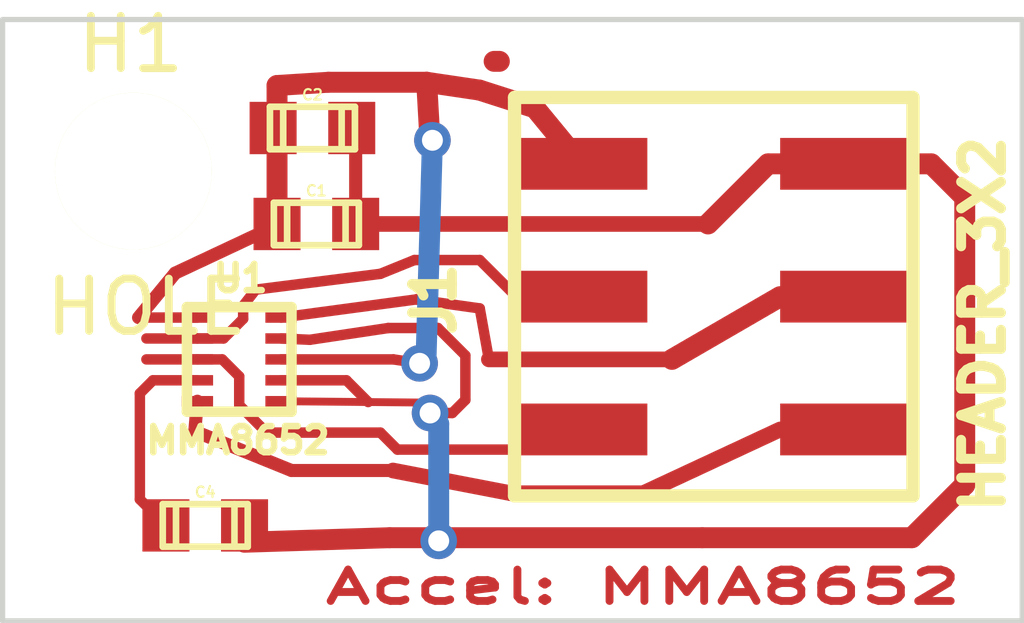
<source format=kicad_pcb>
(kicad_pcb (version 3) (host pcbnew "(2013-08-24 BZR 4298)-stable")

  (general
    (links 15)
    (no_connects 0)
    (area 135.449999 101.449999 155.050001 113.050001)
    (thickness 1.6)
    (drawings 5)
    (tracks 85)
    (zones 0)
    (modules 6)
    (nets 8)
  )

  (page A)
  (layers
    (15 F.Cu signal)
    (0 B.Cu signal)
    (16 B.Adhes user)
    (17 F.Adhes user)
    (18 B.Paste user)
    (19 F.Paste user)
    (20 B.SilkS user)
    (21 F.SilkS user)
    (22 B.Mask user)
    (23 F.Mask user)
    (24 Dwgs.User user)
    (25 Cmts.User user)
    (26 Eco1.User user)
    (27 Eco2.User user)
    (28 Edge.Cuts user)
  )

  (setup
    (last_trace_width 0.2)
    (user_trace_width 0.1)
    (user_trace_width 0.15)
    (user_trace_width 0.2)
    (user_trace_width 0.25)
    (user_trace_width 0.3)
    (user_trace_width 0.4)
    (user_trace_width 0.5)
    (user_trace_width 0.6)
    (user_trace_width 0.7)
    (user_trace_width 0.8)
    (user_trace_width 0.9)
    (user_trace_width 1)
    (trace_clearance 0.05)
    (zone_clearance 1)
    (zone_45_only no)
    (trace_min 0.1)
    (segment_width 0.2)
    (edge_width 0.1)
    (via_size 0.7)
    (via_drill 0.4)
    (via_min_size 0.7)
    (via_min_drill 0.4)
    (uvia_size 0.4)
    (uvia_drill 0.127)
    (uvias_allowed no)
    (uvia_min_size 0.4)
    (uvia_min_drill 0.127)
    (pcb_text_width 0.3)
    (pcb_text_size 1.5 1.5)
    (mod_edge_width 0.15)
    (mod_text_size 1 1)
    (mod_text_width 0.15)
    (pad_size 1.6 1.6)
    (pad_drill 1)
    (pad_to_mask_clearance 0)
    (aux_axis_origin 0 0)
    (visible_elements 7FFFFFFF)
    (pcbplotparams
      (layerselection 3178497)
      (usegerberextensions false)
      (excludeedgelayer true)
      (linewidth 0.150000)
      (plotframeref false)
      (viasonmask false)
      (mode 1)
      (useauxorigin false)
      (hpglpennumber 1)
      (hpglpenspeed 20)
      (hpglpendiameter 15)
      (hpglpenoverlay 2)
      (psnegative false)
      (psa4output false)
      (plotreference true)
      (plotvalue true)
      (plotothertext true)
      (plotinvisibletext false)
      (padsonsilk false)
      (subtractmaskfromsilk false)
      (outputformat 1)
      (mirror false)
      (drillshape 0)
      (scaleselection 1)
      (outputdirectory ""))
  )

  (net 0 "")
  (net 1 GND)
  (net 2 INT1)
  (net 3 INT2)
  (net 4 N-000001)
  (net 5 SCL)
  (net 6 SDA)
  (net 7 Vdd)

  (net_class Default "This is the default net class."
    (clearance 0.05)
    (trace_width 0.5)
    (via_dia 0.7)
    (via_drill 0.4)
    (uvia_dia 0.4)
    (uvia_drill 0.127)
    (add_net "")
    (add_net GND)
    (add_net INT1)
    (add_net INT2)
    (add_net N-000001)
    (add_net SCL)
    (add_net SDA)
    (add_net Vdd)
  )

  (module TED_SM0603 (layer F.Cu) (tedit 527731CB) (tstamp 52A599A1)
    (at 141.5 105.41)
    (descr "SMT capacitor, 0603")
    (path /52959381)
    (fp_text reference C1 (at 0 -0.635) (layer F.SilkS)
      (effects (font (size 0.20066 0.20066) (thickness 0.04064)))
    )
    (fp_text value 1uF (at 0 0.635) (layer F.SilkS) hide
      (effects (font (size 0.20066 0.20066) (thickness 0.04064)))
    )
    (fp_line (start 0.5588 0.4064) (end 0.5588 -0.4064) (layer F.SilkS) (width 0.127))
    (fp_line (start -0.5588 -0.381) (end -0.5588 0.4064) (layer F.SilkS) (width 0.127))
    (fp_line (start -0.8128 -0.4064) (end 0.8128 -0.4064) (layer F.SilkS) (width 0.127))
    (fp_line (start 0.8128 -0.4064) (end 0.8128 0.4064) (layer F.SilkS) (width 0.127))
    (fp_line (start 0.8128 0.4064) (end -0.8128 0.4064) (layer F.SilkS) (width 0.127))
    (fp_line (start -0.8128 0.4064) (end -0.8128 -0.4064) (layer F.SilkS) (width 0.127))
    (pad 2 smd rect (at 0.75184 0) (size 0.89916 1.00076)
      (layers F.Cu F.Paste F.Mask)
      (net 1 GND)
      (clearance 0.1)
    )
    (pad 1 smd rect (at -0.75184 0) (size 0.89916 1.00076)
      (layers F.Cu F.Paste F.Mask)
      (net 7 Vdd)
      (clearance 0.1)
    )
    (model smd/capacitors/c_0603.wrl
      (at (xyz 0 0 0))
      (scale (xyz 1 1 1))
      (rotate (xyz 0 0 0))
    )
  )

  (module TED_SM0603 (layer F.Cu) (tedit 527731CB) (tstamp 52A599AD)
    (at 141.425 103.575)
    (descr "SMT capacitor, 0603")
    (path /5295936A)
    (fp_text reference C2 (at 0 -0.635) (layer F.SilkS)
      (effects (font (size 0.20066 0.20066) (thickness 0.04064)))
    )
    (fp_text value .1uF (at 0 0.635) (layer F.SilkS) hide
      (effects (font (size 0.20066 0.20066) (thickness 0.04064)))
    )
    (fp_line (start 0.5588 0.4064) (end 0.5588 -0.4064) (layer F.SilkS) (width 0.127))
    (fp_line (start -0.5588 -0.381) (end -0.5588 0.4064) (layer F.SilkS) (width 0.127))
    (fp_line (start -0.8128 -0.4064) (end 0.8128 -0.4064) (layer F.SilkS) (width 0.127))
    (fp_line (start 0.8128 -0.4064) (end 0.8128 0.4064) (layer F.SilkS) (width 0.127))
    (fp_line (start 0.8128 0.4064) (end -0.8128 0.4064) (layer F.SilkS) (width 0.127))
    (fp_line (start -0.8128 0.4064) (end -0.8128 -0.4064) (layer F.SilkS) (width 0.127))
    (pad 2 smd rect (at 0.75184 0) (size 0.89916 1.00076)
      (layers F.Cu F.Paste F.Mask)
      (net 1 GND)
      (clearance 0.1)
    )
    (pad 1 smd rect (at -0.75184 0) (size 0.89916 1.00076)
      (layers F.Cu F.Paste F.Mask)
      (net 7 Vdd)
      (clearance 0.1)
    )
    (model smd/capacitors/c_0603.wrl
      (at (xyz 0 0 0))
      (scale (xyz 1 1 1))
      (rotate (xyz 0 0 0))
    )
  )

  (module TED_SM0603 (layer F.Cu) (tedit 527731CB) (tstamp 52A599C5)
    (at 139.375 111.175)
    (descr "SMT capacitor, 0603")
    (path /52A5541B)
    (fp_text reference C4 (at 0 -0.635) (layer F.SilkS)
      (effects (font (size 0.20066 0.20066) (thickness 0.04064)))
    )
    (fp_text value .1uF (at 0 0.635) (layer F.SilkS) hide
      (effects (font (size 0.20066 0.20066) (thickness 0.04064)))
    )
    (fp_line (start 0.5588 0.4064) (end 0.5588 -0.4064) (layer F.SilkS) (width 0.127))
    (fp_line (start -0.5588 -0.381) (end -0.5588 0.4064) (layer F.SilkS) (width 0.127))
    (fp_line (start -0.8128 -0.4064) (end 0.8128 -0.4064) (layer F.SilkS) (width 0.127))
    (fp_line (start 0.8128 -0.4064) (end 0.8128 0.4064) (layer F.SilkS) (width 0.127))
    (fp_line (start 0.8128 0.4064) (end -0.8128 0.4064) (layer F.SilkS) (width 0.127))
    (fp_line (start -0.8128 0.4064) (end -0.8128 -0.4064) (layer F.SilkS) (width 0.127))
    (pad 2 smd rect (at 0.75184 0) (size 0.89916 1.00076)
      (layers F.Cu F.Paste F.Mask)
      (net 1 GND)
      (clearance 0.1)
    )
    (pad 1 smd rect (at -0.75184 0) (size 0.89916 1.00076)
      (layers F.Cu F.Paste F.Mask)
      (net 4 N-000001)
      (clearance 0.1)
    )
    (model smd/capacitors/c_0603.wrl
      (at (xyz 0 0 0))
      (scale (xyz 1 1 1))
      (rotate (xyz 0 0 0))
    )
  )

  (module TED_DFN-10 (layer F.Cu) (tedit 52A69D10) (tstamp 52A599E5)
    (at 140.025 108)
    (path /52A5537C)
    (fp_text reference U1 (at 0.025 -1.55) (layer F.SilkS)
      (effects (font (size 0.5 0.5) (thickness 0.125)))
    )
    (fp_text value MMA8652 (at -0.025 1.55) (layer F.SilkS)
      (effects (font (size 0.5 0.5) (thickness 0.125)))
    )
    (fp_line (start 1 -1) (end 1 1) (layer F.SilkS) (width 0.20066))
    (fp_line (start 1 1) (end -1 1) (layer F.SilkS) (width 0.20066))
    (fp_line (start -1 1) (end -1 -1) (layer F.SilkS) (width 0.20066))
    (fp_line (start -1 -1) (end 1 -1) (layer F.SilkS) (width 0.20066))
    (pad 6 smd rect (at 0.8 0.8 270) (size 0.2 0.6)
      (layers F.Cu F.Paste F.Mask)
      (net 1 GND)
      (clearance 0.1)
    )
    (pad 10 smd rect (at 0.8 -0.8 270) (size 0.2 0.6)
      (layers F.Cu F.Paste F.Mask)
      (net 6 SDA)
      (clearance 0.1)
    )
    (pad 9 smd rect (at 0.8 -0.4 270) (size 0.2 0.6)
      (layers F.Cu F.Paste F.Mask)
      (net 1 GND)
      (clearance 0.1)
    )
    (pad 5 smd rect (at -0.8 0.8 270) (size 0.2 0.6)
      (layers F.Cu F.Paste F.Mask)
      (net 3 INT2)
      (clearance 0.1)
    )
    (pad 2 smd rect (at -0.8 -0.4 270) (size 0.2 0.6)
      (layers F.Cu F.Paste F.Mask)
      (net 5 SCL)
      (clearance 0.1)
    )
    (pad 1 smd rect (at -0.8 -0.8 270) (size 0.2 0.6)
      (layers F.Cu F.Paste F.Mask)
      (net 7 Vdd)
      (clearance 0.1)
    )
    (pad 3 smd rect (at -0.8 0 270) (size 0.2 0.6)
      (layers F.Cu F.Paste F.Mask)
      (net 2 INT1)
      (clearance 0.1)
    )
    (pad 4 smd rect (at -0.8 0.4 270) (size 0.2 0.6)
      (layers F.Cu F.Paste F.Mask)
      (net 4 N-000001)
      (clearance 0.1)
    )
    (pad 8 smd rect (at 0.8 0 270) (size 0.2 0.6)
      (layers F.Cu F.Paste F.Mask)
      (net 7 Vdd)
      (clearance 0.1)
    )
    (pad 7 smd rect (at 0.8 0.4 270) (size 0.2 0.6)
      (layers F.Cu F.Paste F.Mask)
      (net 1 GND)
      (clearance 0.1)
    )
  )

  (module TED_Hole_3mm (layer F.Cu) (tedit 52802437) (tstamp 5365C794)
    (at 138 104.4)
    (path /5365C78C)
    (fp_text reference H1 (at -0.05 -2.425) (layer F.SilkS)
      (effects (font (size 1 1) (thickness 0.15)))
    )
    (fp_text value HOLE (at 0.25 2.6) (layer F.SilkS)
      (effects (font (size 1 1) (thickness 0.15)))
    )
    (pad "" np_thru_hole circle (at 0 0) (size 3 3) (drill 3)
      (layers *.Cu *.Mask F.SilkS)
    )
  )

  (module TED_HEADER_3x2_SMT (layer F.Cu) (tedit 52D47E00) (tstamp 5365C804)
    (at 149.1 106.8 270)
    (path /52A55745)
    (fp_text reference J1 (at 0.05 5.35 270) (layer F.SilkS)
      (effects (font (size 0.762 0.762) (thickness 0.1905)))
    )
    (fp_text value HEADER_3X2 (at 0.525 -5.15 270) (layer F.SilkS)
      (effects (font (size 0.762 0.762) (thickness 0.1905)))
    )
    (fp_line (start 3.81 -3.81) (end -3.81 -3.81) (layer F.SilkS) (width 0.254))
    (fp_line (start 3.81 -3.81) (end 3.81 3.81) (layer F.SilkS) (width 0.254))
    (fp_line (start 3.81 3.81) (end -3.81 3.81) (layer F.SilkS) (width 0.254))
    (fp_line (start -3.81 3.81) (end -3.81 -3.81) (layer F.SilkS) (width 0.254))
    (pad 1 smd rect (at -2.54 2.54 270) (size 0.9906 2.54)
      (layers F.Cu F.Paste F.Mask)
      (net 7 Vdd)
      (clearance 0.3)
    )
    (pad 2 smd rect (at 0 2.54 270) (size 0.9906 2.54)
      (layers F.Cu F.Paste F.Mask)
      (net 5 SCL)
      (clearance 0.3)
    )
    (pad 3 smd rect (at 2.54 2.54 270) (size 0.9906 2.54)
      (layers F.Cu F.Paste F.Mask)
      (net 2 INT1)
      (clearance 0.3)
    )
    (pad 4 smd rect (at 2.54 -2.54 270) (size 0.9906 2.54)
      (layers F.Cu F.Paste F.Mask)
      (net 3 INT2)
      (clearance 0.3)
    )
    (pad 5 smd rect (at 0 -2.54 270) (size 0.9906 2.54)
      (layers F.Cu F.Paste F.Mask)
      (net 6 SDA)
      (clearance 0.3)
    )
    (pad 6 smd rect (at -2.54 -2.54 270) (size 0.9906 2.54)
      (layers F.Cu F.Paste F.Mask)
      (net 1 GND)
      (clearance 0.3)
    )
  )

  (gr_text "Accel: MMA8652" (at 147.75 112.35) (layer F.Cu)
    (effects (font (size 0.6 1) (thickness 0.15)))
  )
  (gr_line (start 135.5 113) (end 135.5 101.5) (angle 90) (layer Edge.Cuts) (width 0.1))
  (gr_line (start 155 113) (end 135.5 113) (angle 90) (layer Edge.Cuts) (width 0.1))
  (gr_line (start 155 101.5) (end 155 113) (angle 90) (layer Edge.Cuts) (width 0.1))
  (gr_line (start 135.5 101.5) (end 155 101.5) (angle 90) (layer Edge.Cuts) (width 0.1))

  (segment (start 144.9 102.3) (end 145 102.3) (width 0.4) (layer F.Cu) (net 0))
  (segment (start 140.825 107.6) (end 141.375 107.625) (width 0.2) (layer F.Cu) (net 1) (status 400000))
  (segment (start 144.1 109.025) (end 143.675 109.025) (width 0.2) (layer F.Cu) (net 1) (tstamp 536FB4AF))
  (segment (start 144.35 108.775) (end 144.1 109.025) (width 0.2) (layer F.Cu) (net 1) (tstamp 536FB4AC))
  (segment (start 144.35 107.925) (end 144.35 108.775) (width 0.2) (layer F.Cu) (net 1) (tstamp 536FB4AB))
  (segment (start 143.825 107.4) (end 144.35 107.925) (width 0.2) (layer F.Cu) (net 1) (tstamp 536FB4A9))
  (segment (start 142.875 107.4) (end 143.825 107.4) (width 0.2) (layer F.Cu) (net 1) (tstamp 536FB4A8))
  (segment (start 141.375 107.625) (end 142.875 107.4) (width 0.2) (layer F.Cu) (net 1) (tstamp 536FB4A6))
  (segment (start 140.825 108.4) (end 142.075 108.4) (width 0.2) (layer F.Cu) (net 1) (status 400000))
  (segment (start 142.075 108.4) (end 142.490714 108.815714) (width 0.2) (layer F.Cu) (net 1) (tstamp 536FB494))
  (segment (start 148.88 111.41) (end 152.89 111.41) (width 0.4) (layer F.Cu) (net 1))
  (segment (start 143.84 111.41) (end 148.88 111.41) (width 0.4) (layer F.Cu) (net 1) (tstamp 52A5A8F5))
  (segment (start 153.26 104.26) (end 151.64 104.26) (width 0.4) (layer F.Cu) (net 1) (tstamp 5365C89C))
  (segment (start 153.9 104.9) (end 153.26 104.26) (width 0.4) (layer F.Cu) (net 1) (tstamp 5365C89B))
  (segment (start 153.9 110.4) (end 153.9 104.9) (width 0.4) (layer F.Cu) (net 1) (tstamp 5365C899))
  (segment (start 152.89 111.41) (end 153.9 110.4) (width 0.4) (layer F.Cu) (net 1) (tstamp 5365C897))
  (segment (start 142.25184 105.41) (end 148.99 105.41) (width 0.3) (layer F.Cu) (net 1))
  (segment (start 148.99 105.41) (end 150.14 104.26) (width 0.4) (layer F.Cu) (net 1) (tstamp 5365C88F))
  (segment (start 150.14 104.26) (end 151.64 104.26) (width 0.4) (layer F.Cu) (net 1) (tstamp 5365C893))
  (segment (start 140.825 108.8) (end 142.490714 108.815714) (width 0.15) (layer F.Cu) (net 1) (status 400010))
  (segment (start 142.490714 108.815714) (end 143.475 108.825) (width 0.15) (layer F.Cu) (net 1) (tstamp 536FB49B) (status 10))
  (segment (start 143.475 108.825) (end 143.675 109.025) (width 0.15) (layer F.Cu) (net 1) (tstamp 52A5A8ED))
  (via (at 143.675 109.025) (size 0.7) (layers F.Cu B.Cu) (net 1))
  (segment (start 143.675 109.025) (end 143.84 109.23) (width 0.4) (layer B.Cu) (net 1) (tstamp 52A5A8EF))
  (segment (start 143.84 109.23) (end 143.84 111.47) (width 0.4) (layer B.Cu) (net 1) (tstamp 52A5A8F0))
  (via (at 143.84 111.47) (size 0.7) (layers F.Cu B.Cu) (net 1))
  (segment (start 143.84 111.47) (end 143.84 111.41) (width 0.15) (layer F.Cu) (net 1) (tstamp 52A5A8F2))
  (segment (start 140.12684 111.175) (end 140.12684 111.49684) (width 0.25) (layer F.Cu) (net 1) (status 30))
  (segment (start 140.12684 111.49684) (end 142.9 111.41) (width 0.4) (layer F.Cu) (net 1) (tstamp 52A5A871) (status 10))
  (segment (start 142.9 111.41) (end 143.84 111.41) (width 0.4) (layer F.Cu) (net 1) (tstamp 52A5A872))
  (segment (start 142.25184 103.81) (end 142.25184 105.41) (width 0.25) (layer F.Cu) (net 1))
  (segment (start 139.225 108) (end 138.25 108) (width 0.2) (layer F.Cu) (net 2) (status 400000))
  (segment (start 139.225 108) (end 139.7 108) (width 0.2) (layer F.Cu) (net 2) (status 400000))
  (segment (start 146.175 109.725) (end 146.56 109.34) (width 0.2) (layer F.Cu) (net 2) (tstamp 536FB5C6) (status C00000))
  (segment (start 143.05 109.725) (end 146.175 109.725) (width 0.2) (layer F.Cu) (net 2) (tstamp 536FB5C4) (status 800000))
  (segment (start 142.725 109.4) (end 143.05 109.725) (width 0.2) (layer F.Cu) (net 2) (tstamp 536FB5C3))
  (segment (start 140.55 109.4) (end 142.725 109.4) (width 0.2) (layer F.Cu) (net 2) (tstamp 536FB5C1))
  (segment (start 140.025 108.875) (end 140.55 109.4) (width 0.2) (layer F.Cu) (net 2) (tstamp 536FB5C0))
  (segment (start 140.025 108.325) (end 140.025 108.875) (width 0.2) (layer F.Cu) (net 2) (tstamp 536FB5BF))
  (segment (start 139.7 108) (end 140.025 108.325) (width 0.2) (layer F.Cu) (net 2) (tstamp 536FB5BD))
  (segment (start 139.225 108.8) (end 139.175 109.375) (width 0.25) (layer F.Cu) (net 3) (status 400010))
  (segment (start 139.175 109.375) (end 141.025 110.125) (width 0.25) (layer F.Cu) (net 3) (tstamp 52A5A834))
  (segment (start 141.025 110.125) (end 142.965 110.125) (width 0.25) (layer F.Cu) (net 3) (tstamp 52A5A835))
  (segment (start 142.965 110.125) (end 145.22 110.56) (width 0.3) (layer F.Cu) (net 3) (tstamp 52A5A836))
  (segment (start 145.22 110.56) (end 147.75 110.56) (width 0.3) (layer F.Cu) (net 3) (tstamp 52A5A838))
  (segment (start 147.75 110.56) (end 150.37 109.34) (width 0.3) (layer F.Cu) (net 3) (tstamp 52A5A83A) (status 20))
  (segment (start 139.225 108.4) (end 138.375 108.4) (width 0.2) (layer F.Cu) (net 4) (status 400000))
  (segment (start 138.125 110.67684) (end 138.62316 111.175) (width 0.2) (layer F.Cu) (net 4) (tstamp 536FB587) (status 800000))
  (segment (start 138.125 108.65) (end 138.125 110.67684) (width 0.2) (layer F.Cu) (net 4) (tstamp 536FB586))
  (segment (start 138.375 108.4) (end 138.125 108.65) (width 0.2) (layer F.Cu) (net 4) (tstamp 536FB583))
  (segment (start 139.225 107.6) (end 138.25 107.6) (width 0.2) (layer F.Cu) (net 5) (status 400000))
  (segment (start 139.225 107.6) (end 139.725 107.6) (width 0.2) (layer F.Cu) (net 5) (status 400000))
  (segment (start 145.325 106.8) (end 146.56 106.8) (width 0.2) (layer F.Cu) (net 5) (tstamp 536FB5DD) (status C00000))
  (segment (start 144.625 106.1) (end 145.325 106.8) (width 0.2) (layer F.Cu) (net 5) (tstamp 536FB5DA) (status 800000))
  (segment (start 143.375 106.1) (end 144.625 106.1) (width 0.2) (layer F.Cu) (net 5) (tstamp 536FB5D7))
  (segment (start 142.725087 106.363569) (end 143.375 106.1) (width 0.2) (layer F.Cu) (net 5) (tstamp 536FB5D6))
  (segment (start 140.339354 106.666026) (end 142.725087 106.363569) (width 0.2) (layer F.Cu) (net 5) (tstamp 536FB5D3))
  (segment (start 140.1 106.975) (end 140.339354 106.666026) (width 0.2) (layer F.Cu) (net 5) (tstamp 536FB5D2))
  (segment (start 140.1 107.225) (end 140.1 106.975) (width 0.2) (layer F.Cu) (net 5) (tstamp 536FB5D0))
  (segment (start 139.725 107.6) (end 140.1 107.225) (width 0.2) (layer F.Cu) (net 5) (tstamp 536FB5CE))
  (segment (start 143.407159 106.853324) (end 144.625 107.025) (width 0.2) (layer F.Cu) (net 6))
  (segment (start 148.3 108) (end 150.37 106.8) (width 0.4) (layer F.Cu) (net 6) (tstamp 52A5A851) (status 20))
  (segment (start 144.8 108) (end 148.3 108) (width 0.3) (layer F.Cu) (net 6) (tstamp 5365C872))
  (segment (start 144.625 107.025) (end 144.8 108) (width 0.2) (layer F.Cu) (net 6) (tstamp 5365C871))
  (segment (start 140.825 107.2) (end 143.407159 106.853324) (width 0.2) (layer F.Cu) (net 6) (status 400010))
  (segment (start 143.407159 106.853324) (end 143.423374 106.85122) (width 0.2) (layer F.Cu) (net 6) (tstamp 5365C86F))
  (segment (start 140.825 108) (end 142.975 108) (width 0.2) (layer F.Cu) (net 7) (status 400010))
  (segment (start 143.67 103.76) (end 143.61 102.7) (width 0.4) (layer F.Cu) (net 7) (tstamp 52A5A87E))
  (segment (start 143.72 103.81) (end 143.67 103.76) (width 0.2) (layer F.Cu) (net 7) (tstamp 52A5A87D))
  (via (at 143.72 103.81) (size 0.7) (layers F.Cu B.Cu) (net 7))
  (segment (start 143.595 108.075) (end 143.72 103.81) (width 0.4) (layer B.Cu) (net 7) (tstamp 52A5A87B))
  (segment (start 143.475 108.075) (end 143.595 108.075) (width 0.2) (layer B.Cu) (net 7) (tstamp 52A5A87A))
  (via (at 143.475 108.075) (size 0.7) (layers F.Cu B.Cu) (net 7))
  (segment (start 142.975 108) (end 143.475 108.075) (width 0.2) (layer F.Cu) (net 7) (tstamp 52A5A878))
  (segment (start 139.225 107.2) (end 138.1 107.2) (width 0.2) (layer F.Cu) (net 7) (status 400010))
  (segment (start 138.1 107.2) (end 138.8 106.35) (width 0.25) (layer F.Cu) (net 7) (tstamp 536FB456) (status 10))
  (segment (start 138.8 106.35) (end 140.7 105.45816) (width 0.25) (layer F.Cu) (net 7) (tstamp 536FB45D) (status 10))
  (segment (start 140.7 105.45816) (end 140.74816 105.41) (width 0.25) (layer F.Cu) (net 7) (tstamp 52A5A816))
  (segment (start 140.74816 105.41) (end 140.74816 103.81) (width 0.4) (layer F.Cu) (net 7))
  (segment (start 146.56 104.26) (end 145.68 103.19) (width 0.4) (layer F.Cu) (net 7) (status 10))
  (segment (start 140.74816 102.76184) (end 140.74816 103.81) (width 0.4) (layer F.Cu) (net 7) (tstamp 52A5A80B))
  (segment (start 141.73 102.7) (end 140.74816 102.76184) (width 0.4) (layer F.Cu) (net 7) (tstamp 52A5A80A))
  (segment (start 144.62 102.85) (end 143.61 102.7) (width 0.4) (layer F.Cu) (net 7) (tstamp 52A5A808))
  (segment (start 143.61 102.7) (end 141.73 102.7) (width 0.4) (layer F.Cu) (net 7) (tstamp 52A5A880))
  (segment (start 145.68 103.19) (end 144.62 102.85) (width 0.4) (layer F.Cu) (net 7) (tstamp 52A5A806))

)

</source>
